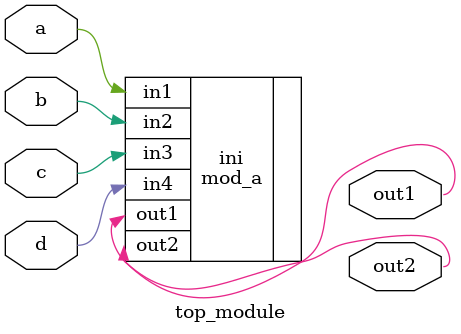
<source format=v>
module top_module ( 
    input a, 
    input b, 
    input c,
    input d,
    output out1,
    output out2
);
    mod_a ini(.out1(out1),.out2(out2),.in1(a),.in2(b),.in3(c),.in4(d));

endmodule

</source>
